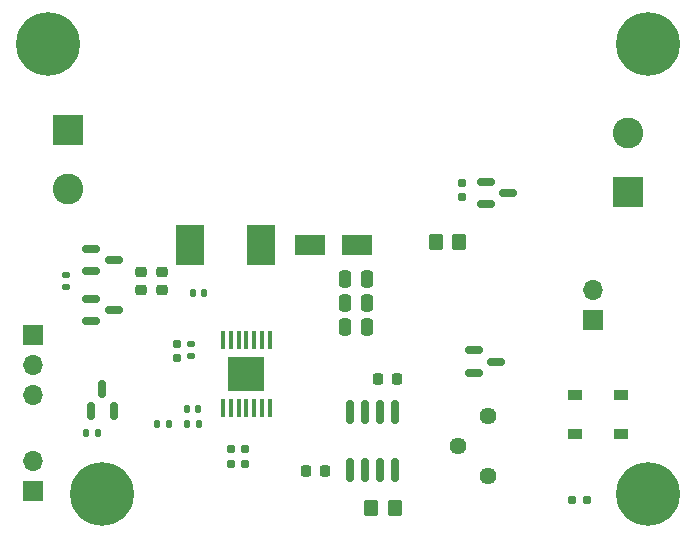
<source format=gbr>
%TF.GenerationSoftware,KiCad,Pcbnew,(6.0.6-0)*%
%TF.CreationDate,2022-08-07T14:06:53-04:00*%
%TF.ProjectId,BatteryLedStripDriver,42617474-6572-4794-9c65-645374726970,rev?*%
%TF.SameCoordinates,PX6160b60PY791ddc0*%
%TF.FileFunction,Soldermask,Top*%
%TF.FilePolarity,Negative*%
%FSLAX46Y46*%
G04 Gerber Fmt 4.6, Leading zero omitted, Abs format (unit mm)*
G04 Created by KiCad (PCBNEW (6.0.6-0)) date 2022-08-07 14:06:53*
%MOMM*%
%LPD*%
G01*
G04 APERTURE LIST*
G04 Aperture macros list*
%AMRoundRect*
0 Rectangle with rounded corners*
0 $1 Rounding radius*
0 $2 $3 $4 $5 $6 $7 $8 $9 X,Y pos of 4 corners*
0 Add a 4 corners polygon primitive as box body*
4,1,4,$2,$3,$4,$5,$6,$7,$8,$9,$2,$3,0*
0 Add four circle primitives for the rounded corners*
1,1,$1+$1,$2,$3*
1,1,$1+$1,$4,$5*
1,1,$1+$1,$6,$7*
1,1,$1+$1,$8,$9*
0 Add four rect primitives between the rounded corners*
20,1,$1+$1,$2,$3,$4,$5,0*
20,1,$1+$1,$4,$5,$6,$7,0*
20,1,$1+$1,$6,$7,$8,$9,0*
20,1,$1+$1,$8,$9,$2,$3,0*%
G04 Aperture macros list end*
%ADD10RoundRect,0.225000X0.225000X0.250000X-0.225000X0.250000X-0.225000X-0.250000X0.225000X-0.250000X0*%
%ADD11RoundRect,0.250000X-0.350000X-0.450000X0.350000X-0.450000X0.350000X0.450000X-0.350000X0.450000X0*%
%ADD12R,2.500000X1.800000*%
%ADD13R,2.600000X2.600000*%
%ADD14C,2.600000*%
%ADD15R,1.200000X0.900000*%
%ADD16RoundRect,0.135000X-0.135000X-0.185000X0.135000X-0.185000X0.135000X0.185000X-0.135000X0.185000X0*%
%ADD17RoundRect,0.150000X0.150000X-0.587500X0.150000X0.587500X-0.150000X0.587500X-0.150000X-0.587500X0*%
%ADD18RoundRect,0.160000X-0.197500X-0.160000X0.197500X-0.160000X0.197500X0.160000X-0.197500X0.160000X0*%
%ADD19C,5.400000*%
%ADD20RoundRect,0.135000X-0.185000X0.135000X-0.185000X-0.135000X0.185000X-0.135000X0.185000X0.135000X0*%
%ADD21RoundRect,0.250000X0.250000X0.475000X-0.250000X0.475000X-0.250000X-0.475000X0.250000X-0.475000X0*%
%ADD22RoundRect,0.140000X0.140000X0.170000X-0.140000X0.170000X-0.140000X-0.170000X0.140000X-0.170000X0*%
%ADD23RoundRect,0.225000X-0.225000X-0.250000X0.225000X-0.250000X0.225000X0.250000X-0.225000X0.250000X0*%
%ADD24RoundRect,0.150000X-0.587500X-0.150000X0.587500X-0.150000X0.587500X0.150000X-0.587500X0.150000X0*%
%ADD25RoundRect,0.160000X0.160000X-0.197500X0.160000X0.197500X-0.160000X0.197500X-0.160000X-0.197500X0*%
%ADD26RoundRect,0.140000X0.170000X-0.140000X0.170000X0.140000X-0.170000X0.140000X-0.170000X-0.140000X0*%
%ADD27C,1.440000*%
%ADD28RoundRect,0.160000X0.197500X0.160000X-0.197500X0.160000X-0.197500X-0.160000X0.197500X-0.160000X0*%
%ADD29R,1.700000X1.700000*%
%ADD30O,1.700000X1.700000*%
%ADD31RoundRect,0.135000X0.135000X0.185000X-0.135000X0.185000X-0.135000X-0.185000X0.135000X-0.185000X0*%
%ADD32RoundRect,0.225000X-0.250000X0.225000X-0.250000X-0.225000X0.250000X-0.225000X0.250000X0.225000X0*%
%ADD33RoundRect,0.150000X-0.150000X0.825000X-0.150000X-0.825000X0.150000X-0.825000X0.150000X0.825000X0*%
%ADD34R,3.100000X3.000000*%
%ADD35RoundRect,0.100000X-0.100000X0.687500X-0.100000X-0.687500X0.100000X-0.687500X0.100000X0.687500X0*%
%ADD36R,2.350000X3.500000*%
G04 APERTURE END LIST*
D10*
%TO.C,C2*%
X27191000Y5791200D03*
X25641000Y5791200D03*
%TD*%
D11*
%TO.C,R1*%
X31131000Y2667000D03*
X33131000Y2667000D03*
%TD*%
D12*
%TO.C,D3*%
X29940000Y24892000D03*
X25940000Y24892000D03*
%TD*%
D13*
%TO.C,J1*%
X5461000Y34671000D03*
D14*
X5461000Y29671000D03*
%TD*%
D15*
%TO.C,D1*%
X48387000Y12191000D03*
X48387000Y8891000D03*
%TD*%
D13*
%TO.C,J3*%
X52883000Y29377000D03*
D14*
X52883000Y34377000D03*
%TD*%
D16*
%TO.C,R2*%
X6983000Y8991600D03*
X8003000Y8991600D03*
%TD*%
D17*
%TO.C,Q1*%
X7432000Y10873500D03*
X9332000Y10873500D03*
X8382000Y12748500D03*
%TD*%
D18*
%TO.C,R8*%
X19227500Y7620000D03*
X20422500Y7620000D03*
%TD*%
D11*
%TO.C,R5*%
X36592000Y25146000D03*
X38592000Y25146000D03*
%TD*%
D19*
%TO.C,H1*%
X3810000Y41910000D03*
%TD*%
%TO.C,H4*%
X54610000Y3810000D03*
%TD*%
%TO.C,H2*%
X54610000Y41910000D03*
%TD*%
D20*
%TO.C,R4*%
X5334000Y22354000D03*
X5334000Y21334000D03*
%TD*%
D21*
%TO.C,C6*%
X30795000Y22047200D03*
X28895000Y22047200D03*
%TD*%
D22*
%TO.C,C10*%
X16495000Y11049000D03*
X15535000Y11049000D03*
%TD*%
D23*
%TO.C,C1*%
X31737000Y13538200D03*
X33287000Y13538200D03*
%TD*%
D18*
%TO.C,R3*%
X48170500Y3302000D03*
X49365500Y3302000D03*
%TD*%
D24*
%TO.C,Q5*%
X39829500Y15997000D03*
X39829500Y14097000D03*
X41704500Y15047000D03*
%TD*%
D25*
%TO.C,R9*%
X14732000Y15367000D03*
X14732000Y16562000D03*
%TD*%
D24*
%TO.C,Q2*%
X7444500Y24572000D03*
X7444500Y22672000D03*
X9319500Y23622000D03*
%TD*%
D26*
%TO.C,C9*%
X15875000Y15540500D03*
X15875000Y16500500D03*
%TD*%
D22*
%TO.C,C5*%
X16990000Y20828000D03*
X16030000Y20828000D03*
%TD*%
D27*
%TO.C,RV1*%
X41006000Y10414000D03*
X38466000Y7874000D03*
X41006000Y5334000D03*
%TD*%
D19*
%TO.C,H3*%
X8382000Y3810000D03*
%TD*%
D28*
%TO.C,R6*%
X20422500Y6350000D03*
X19227500Y6350000D03*
%TD*%
D29*
%TO.C,J4*%
X49911000Y18542000D03*
D30*
X49911000Y21082000D03*
%TD*%
D29*
%TO.C,J2*%
X2540000Y17257000D03*
D30*
X2540000Y14717000D03*
X2540000Y12177000D03*
%TD*%
D31*
%TO.C,R10*%
X16525000Y9779000D03*
X15505000Y9779000D03*
%TD*%
D32*
%TO.C,C3*%
X11684000Y22619000D03*
X11684000Y21069000D03*
%TD*%
D22*
%TO.C,C11*%
X13983000Y9779000D03*
X13023000Y9779000D03*
%TD*%
D33*
%TO.C,U1*%
X33147000Y10806200D03*
X31877000Y10806200D03*
X30607000Y10806200D03*
X29337000Y10806200D03*
X29337000Y5856200D03*
X30607000Y5856200D03*
X31877000Y5856200D03*
X33147000Y5856200D03*
%TD*%
D21*
%TO.C,C8*%
X30795000Y17983200D03*
X28895000Y17983200D03*
%TD*%
D32*
%TO.C,C4*%
X13462000Y22619000D03*
X13462000Y21069000D03*
%TD*%
D34*
%TO.C,U2*%
X20574000Y13970000D03*
D35*
X22524000Y16832500D03*
X21874000Y16832500D03*
X21224000Y16832500D03*
X20574000Y16832500D03*
X19924000Y16832500D03*
X19274000Y16832500D03*
X18624000Y16832500D03*
X18624000Y11107500D03*
X19274000Y11107500D03*
X19924000Y11107500D03*
X20574000Y11107500D03*
X21224000Y11107500D03*
X21874000Y11107500D03*
X22524000Y11107500D03*
%TD*%
D25*
%TO.C,R7*%
X38862000Y28993500D03*
X38862000Y30188500D03*
%TD*%
D36*
%TO.C,L1*%
X15771000Y24892000D03*
X21821000Y24892000D03*
%TD*%
D21*
%TO.C,C7*%
X30795000Y20015200D03*
X28895000Y20015200D03*
%TD*%
D15*
%TO.C,D2*%
X52324000Y8891000D03*
X52324000Y12191000D03*
%TD*%
D29*
%TO.C,SW1*%
X2540000Y4059000D03*
D30*
X2540000Y6599000D03*
%TD*%
D24*
%TO.C,Q3*%
X7444500Y20381000D03*
X7444500Y18481000D03*
X9319500Y19431000D03*
%TD*%
%TO.C,Q4*%
X40845500Y30287000D03*
X40845500Y28387000D03*
X42720500Y29337000D03*
%TD*%
M02*

</source>
